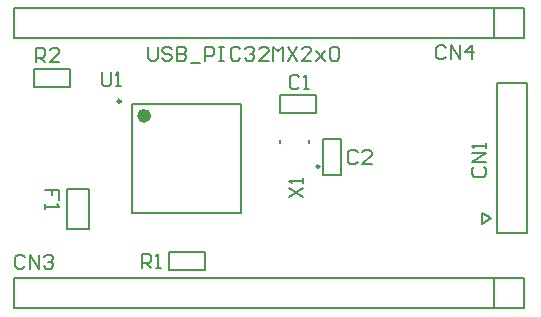
<source format=gto>
G04*
G04 #@! TF.GenerationSoftware,Altium Limited,Altium Designer,22.4.2 (48)*
G04*
G04 Layer_Color=65535*
%FSLAX26Y26*%
%MOIN*%
G70*
G04*
G04 #@! TF.SameCoordinates,6CEC26E3-1FB6-4E6F-AFBB-73261986176E*
G04*
G04*
G04 #@! TF.FilePolarity,Positive*
G04*
G01*
G75*
%ADD10C,0.009842*%
%ADD11C,0.023622*%
%ADD12C,0.010000*%
%ADD13C,0.007874*%
D10*
X405512Y741142D02*
G03*
X405512Y741142I-4921J0D01*
G01*
D11*
X495079Y692913D02*
G03*
X495079Y692913I-11811J0D01*
G01*
D12*
X1066929Y523622D02*
G03*
X1066929Y523622I-3937J0D01*
G01*
D13*
X936850Y701614D02*
X1054961D01*
X936850D02*
Y760669D01*
X1054961D01*
Y701614D02*
Y760669D01*
X1079724Y496063D02*
Y614173D01*
X1138780D01*
Y496063D02*
Y614173D01*
X1079724Y496063D02*
X1138780D01*
X443898Y370079D02*
Y732283D01*
X806102Y370079D02*
Y732283D01*
X443898D02*
X806102D01*
X443898Y370079D02*
X806102D01*
X1609252Y330709D02*
X1638780Y350394D01*
X1609252Y330709D02*
Y370079D01*
X1638780Y350394D01*
X1650000Y951772D02*
Y1050197D01*
Y52165D02*
Y150591D01*
X1658661Y301181D02*
X1758661D01*
X1658661D02*
Y801181D01*
X1758661Y301181D02*
Y801181D01*
X1658661D02*
X1758661D01*
X50000Y951181D02*
X1675000D01*
X1750000D01*
Y1051181D01*
X50000D02*
X1750000D01*
X50000Y951181D02*
Y1051181D01*
X1031496Y600394D02*
Y612205D01*
X937008Y600394D02*
Y612205D01*
X117126Y847441D02*
X235236D01*
Y788386D02*
Y847441D01*
X117126Y788386D02*
X235236D01*
X117126D02*
Y847441D01*
X50000Y51181D02*
Y151181D01*
X1750000D01*
Y51181D02*
Y151181D01*
X1675000Y51181D02*
X1750000D01*
X50000D02*
X1675000D01*
X566929Y238189D02*
X685039D01*
Y179134D02*
Y238189D01*
X566929Y179134D02*
X685039D01*
X566929D02*
Y238189D01*
X226378Y315945D02*
X301181D01*
Y449803D01*
X226378D02*
X301181D01*
X226378Y315945D02*
Y449803D01*
X497047Y923211D02*
Y883853D01*
X504919Y875982D01*
X520662D01*
X528533Y883853D01*
Y923211D01*
X575762Y915339D02*
X567890Y923211D01*
X552148D01*
X544276Y915339D01*
Y907468D01*
X552148Y899596D01*
X567890D01*
X575762Y891725D01*
Y883853D01*
X567890Y875982D01*
X552148D01*
X544276Y883853D01*
X591505Y923211D02*
Y875982D01*
X615119D01*
X622991Y883853D01*
Y891725D01*
X615119Y899596D01*
X591505D01*
X615119D01*
X622991Y907468D01*
Y915339D01*
X615119Y923211D01*
X591505D01*
X638734Y868110D02*
X670220D01*
X685962Y875982D02*
Y923211D01*
X709577D01*
X717448Y915339D01*
Y899596D01*
X709577Y891725D01*
X685962D01*
X733191Y923211D02*
X748934D01*
X741063D01*
Y875982D01*
X733191D01*
X748934D01*
X804034Y915339D02*
X796163Y923211D01*
X780420D01*
X772549Y915339D01*
Y883853D01*
X780420Y875982D01*
X796163D01*
X804034Y883853D01*
X819777Y915339D02*
X827649Y923211D01*
X843392D01*
X851263Y915339D01*
Y907468D01*
X843392Y899596D01*
X835520D01*
X843392D01*
X851263Y891725D01*
Y883853D01*
X843392Y875982D01*
X827649D01*
X819777Y883853D01*
X898492Y875982D02*
X867006D01*
X898492Y907468D01*
Y915339D01*
X890621Y923211D01*
X874878D01*
X867006Y915339D01*
X914235Y875982D02*
Y923211D01*
X929978Y907468D01*
X945721Y923211D01*
Y875982D01*
X961464Y923211D02*
X992950Y875982D01*
Y923211D02*
X961464Y875982D01*
X1040178D02*
X1008693D01*
X1040178Y907468D01*
Y915339D01*
X1032307Y923211D01*
X1016564D01*
X1008693Y915339D01*
X1055921Y907468D02*
X1087407Y875982D01*
X1071664Y891725D01*
X1087407Y907468D01*
X1055921Y875982D01*
X1103150Y915339D02*
X1111022Y923211D01*
X1126765D01*
X1134636Y915339D01*
Y883853D01*
X1126765Y875982D01*
X1111022D01*
X1103150Y883853D01*
Y915339D01*
X967527Y421270D02*
X1014756Y452756D01*
X967527D02*
X1014756Y421270D01*
Y468499D02*
Y484242D01*
Y476370D01*
X967527D01*
X975399Y468499D01*
X1000984Y820861D02*
X993113Y828732D01*
X977370D01*
X969499Y820861D01*
Y789375D01*
X977370Y781504D01*
X993113D01*
X1000984Y789375D01*
X1016727Y781504D02*
X1032470D01*
X1024599D01*
Y828732D01*
X1016727Y820861D01*
X1489184Y920271D02*
X1481312Y928142D01*
X1465569D01*
X1457698Y920271D01*
Y888785D01*
X1465569Y880913D01*
X1481312D01*
X1489184Y888785D01*
X1504926Y880913D02*
Y928142D01*
X1536412Y880913D01*
Y928142D01*
X1575770Y880913D02*
Y928142D01*
X1552155Y904528D01*
X1583641D01*
X85801Y221893D02*
X77929Y229764D01*
X62187D01*
X54315Y221893D01*
Y190407D01*
X62187Y182535D01*
X77929D01*
X85801Y190407D01*
X101544Y182535D02*
Y229764D01*
X133030Y182535D01*
Y229764D01*
X148773Y221893D02*
X156644Y229764D01*
X172387D01*
X180258Y221893D01*
Y214021D01*
X172387Y206150D01*
X164516D01*
X172387D01*
X180258Y198278D01*
Y190407D01*
X172387Y182535D01*
X156644D01*
X148773Y190407D01*
X342530Y837591D02*
Y798234D01*
X350401Y790362D01*
X366144D01*
X374016Y798234D01*
Y837591D01*
X389759Y790362D02*
X405502D01*
X397630D01*
Y837591D01*
X389759Y829719D01*
X122060Y871071D02*
Y918299D01*
X145674D01*
X153546Y910428D01*
Y894685D01*
X145674Y886813D01*
X122060D01*
X137803D02*
X153546Y871071D01*
X200775D02*
X169289D01*
X200775Y902557D01*
Y910428D01*
X192903Y918299D01*
X177160D01*
X169289Y910428D01*
X475404Y186031D02*
Y233260D01*
X499018D01*
X506890Y225389D01*
Y209646D01*
X499018Y201774D01*
X475404D01*
X491147D02*
X506890Y186031D01*
X522633D02*
X538376D01*
X530504D01*
Y233260D01*
X522633Y225389D01*
X200780Y413386D02*
Y444872D01*
X177166D01*
Y429129D01*
Y444872D01*
X153551D01*
Y397643D02*
Y381900D01*
Y389771D01*
X200780D01*
X192909Y397643D01*
X1583666Y521661D02*
X1575795Y513790D01*
Y498047D01*
X1583666Y490175D01*
X1615152D01*
X1623024Y498047D01*
Y513790D01*
X1615152Y521661D01*
X1623024Y537404D02*
X1575795D01*
X1623024Y568890D01*
X1575795D01*
X1623024Y584633D02*
Y600376D01*
Y592505D01*
X1575795D01*
X1583666Y584633D01*
X1194884Y570861D02*
X1187013Y578732D01*
X1171270D01*
X1163399Y570861D01*
Y539375D01*
X1171270Y531504D01*
X1187013D01*
X1194884Y539375D01*
X1242113Y531504D02*
X1210627D01*
X1242113Y562990D01*
Y570861D01*
X1234242Y578732D01*
X1218499D01*
X1210627Y570861D01*
M02*

</source>
